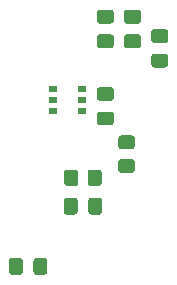
<source format=gbp>
G04 #@! TF.GenerationSoftware,KiCad,Pcbnew,(5.1.7)-1*
G04 #@! TF.CreationDate,2021-05-21T20:03:00+02:00*
G04 #@! TF.ProjectId,attinyDPS,61747469-6e79-4445-9053-2e6b69636164,rev?*
G04 #@! TF.SameCoordinates,Original*
G04 #@! TF.FileFunction,Paste,Bot*
G04 #@! TF.FilePolarity,Positive*
%FSLAX46Y46*%
G04 Gerber Fmt 4.6, Leading zero omitted, Abs format (unit mm)*
G04 Created by KiCad (PCBNEW (5.1.7)-1) date 2021-05-21 20:03:00*
%MOMM*%
%LPD*%
G01*
G04 APERTURE LIST*
%ADD10R,0.800000X0.550000*%
G04 APERTURE END LIST*
G36*
G01*
X9300000Y10550001D02*
X9300000Y9649999D01*
G75*
G02*
X9050001Y9400000I-249999J0D01*
G01*
X8349999Y9400000D01*
G75*
G02*
X8100000Y9649999I0J249999D01*
G01*
X8100000Y10550001D01*
G75*
G02*
X8349999Y10800000I249999J0D01*
G01*
X9050001Y10800000D01*
G75*
G02*
X9300000Y10550001I0J-249999D01*
G01*
G37*
G36*
G01*
X11300000Y10550001D02*
X11300000Y9649999D01*
G75*
G02*
X11050001Y9400000I-249999J0D01*
G01*
X10349999Y9400000D01*
G75*
G02*
X10100000Y9649999I0J249999D01*
G01*
X10100000Y10550001D01*
G75*
G02*
X10349999Y10800000I249999J0D01*
G01*
X11050001Y10800000D01*
G75*
G02*
X11300000Y10550001I0J-249999D01*
G01*
G37*
D10*
X9600000Y15750000D03*
X9600000Y16700000D03*
X9600000Y17650000D03*
X7200000Y17650000D03*
X7200000Y16700000D03*
X7200000Y15750000D03*
G36*
G01*
X13850001Y12500000D02*
X12949999Y12500000D01*
G75*
G02*
X12700000Y12749999I0J249999D01*
G01*
X12700000Y13450001D01*
G75*
G02*
X12949999Y13700000I249999J0D01*
G01*
X13850001Y13700000D01*
G75*
G02*
X14100000Y13450001I0J-249999D01*
G01*
X14100000Y12749999D01*
G75*
G02*
X13850001Y12500000I-249999J0D01*
G01*
G37*
G36*
G01*
X13850001Y10500000D02*
X12949999Y10500000D01*
G75*
G02*
X12700000Y10749999I0J249999D01*
G01*
X12700000Y11450001D01*
G75*
G02*
X12949999Y11700000I249999J0D01*
G01*
X13850001Y11700000D01*
G75*
G02*
X14100000Y11450001I0J-249999D01*
G01*
X14100000Y10749999D01*
G75*
G02*
X13850001Y10500000I-249999J0D01*
G01*
G37*
G36*
G01*
X12075000Y16612500D02*
X11125000Y16612500D01*
G75*
G02*
X10875000Y16862500I0J250000D01*
G01*
X10875000Y17537500D01*
G75*
G02*
X11125000Y17787500I250000J0D01*
G01*
X12075000Y17787500D01*
G75*
G02*
X12325000Y17537500I0J-250000D01*
G01*
X12325000Y16862500D01*
G75*
G02*
X12075000Y16612500I-250000J0D01*
G01*
G37*
G36*
G01*
X12075000Y14537500D02*
X11125000Y14537500D01*
G75*
G02*
X10875000Y14787500I0J250000D01*
G01*
X10875000Y15462500D01*
G75*
G02*
X11125000Y15712500I250000J0D01*
G01*
X12075000Y15712500D01*
G75*
G02*
X12325000Y15462500I0J-250000D01*
G01*
X12325000Y14787500D01*
G75*
G02*
X12075000Y14537500I-250000J0D01*
G01*
G37*
G36*
G01*
X9250000Y8175000D02*
X9250000Y7225000D01*
G75*
G02*
X9000000Y6975000I-250000J0D01*
G01*
X8325000Y6975000D01*
G75*
G02*
X8075000Y7225000I0J250000D01*
G01*
X8075000Y8175000D01*
G75*
G02*
X8325000Y8425000I250000J0D01*
G01*
X9000000Y8425000D01*
G75*
G02*
X9250000Y8175000I0J-250000D01*
G01*
G37*
G36*
G01*
X11325000Y8175000D02*
X11325000Y7225000D01*
G75*
G02*
X11075000Y6975000I-250000J0D01*
G01*
X10400000Y6975000D01*
G75*
G02*
X10150000Y7225000I0J250000D01*
G01*
X10150000Y8175000D01*
G75*
G02*
X10400000Y8425000I250000J0D01*
G01*
X11075000Y8425000D01*
G75*
G02*
X11325000Y8175000I0J-250000D01*
G01*
G37*
G36*
G01*
X4612500Y3075000D02*
X4612500Y2125000D01*
G75*
G02*
X4362500Y1875000I-250000J0D01*
G01*
X3687500Y1875000D01*
G75*
G02*
X3437500Y2125000I0J250000D01*
G01*
X3437500Y3075000D01*
G75*
G02*
X3687500Y3325000I250000J0D01*
G01*
X4362500Y3325000D01*
G75*
G02*
X4612500Y3075000I0J-250000D01*
G01*
G37*
G36*
G01*
X6687500Y3075000D02*
X6687500Y2125000D01*
G75*
G02*
X6437500Y1875000I-250000J0D01*
G01*
X5762500Y1875000D01*
G75*
G02*
X5512500Y2125000I0J250000D01*
G01*
X5512500Y3075000D01*
G75*
G02*
X5762500Y3325000I250000J0D01*
G01*
X6437500Y3325000D01*
G75*
G02*
X6687500Y3075000I0J-250000D01*
G01*
G37*
G36*
G01*
X11125000Y22250000D02*
X12075000Y22250000D01*
G75*
G02*
X12325000Y22000000I0J-250000D01*
G01*
X12325000Y21325000D01*
G75*
G02*
X12075000Y21075000I-250000J0D01*
G01*
X11125000Y21075000D01*
G75*
G02*
X10875000Y21325000I0J250000D01*
G01*
X10875000Y22000000D01*
G75*
G02*
X11125000Y22250000I250000J0D01*
G01*
G37*
G36*
G01*
X11125000Y24325000D02*
X12075000Y24325000D01*
G75*
G02*
X12325000Y24075000I0J-250000D01*
G01*
X12325000Y23400000D01*
G75*
G02*
X12075000Y23150000I-250000J0D01*
G01*
X11125000Y23150000D01*
G75*
G02*
X10875000Y23400000I0J250000D01*
G01*
X10875000Y24075000D01*
G75*
G02*
X11125000Y24325000I250000J0D01*
G01*
G37*
G36*
G01*
X13425000Y22250000D02*
X14375000Y22250000D01*
G75*
G02*
X14625000Y22000000I0J-250000D01*
G01*
X14625000Y21325000D01*
G75*
G02*
X14375000Y21075000I-250000J0D01*
G01*
X13425000Y21075000D01*
G75*
G02*
X13175000Y21325000I0J250000D01*
G01*
X13175000Y22000000D01*
G75*
G02*
X13425000Y22250000I250000J0D01*
G01*
G37*
G36*
G01*
X13425000Y24325000D02*
X14375000Y24325000D01*
G75*
G02*
X14625000Y24075000I0J-250000D01*
G01*
X14625000Y23400000D01*
G75*
G02*
X14375000Y23150000I-250000J0D01*
G01*
X13425000Y23150000D01*
G75*
G02*
X13175000Y23400000I0J250000D01*
G01*
X13175000Y24075000D01*
G75*
G02*
X13425000Y24325000I250000J0D01*
G01*
G37*
G36*
G01*
X15725000Y20612500D02*
X16675000Y20612500D01*
G75*
G02*
X16925000Y20362500I0J-250000D01*
G01*
X16925000Y19687500D01*
G75*
G02*
X16675000Y19437500I-250000J0D01*
G01*
X15725000Y19437500D01*
G75*
G02*
X15475000Y19687500I0J250000D01*
G01*
X15475000Y20362500D01*
G75*
G02*
X15725000Y20612500I250000J0D01*
G01*
G37*
G36*
G01*
X15725000Y22687500D02*
X16675000Y22687500D01*
G75*
G02*
X16925000Y22437500I0J-250000D01*
G01*
X16925000Y21762500D01*
G75*
G02*
X16675000Y21512500I-250000J0D01*
G01*
X15725000Y21512500D01*
G75*
G02*
X15475000Y21762500I0J250000D01*
G01*
X15475000Y22437500D01*
G75*
G02*
X15725000Y22687500I250000J0D01*
G01*
G37*
M02*

</source>
